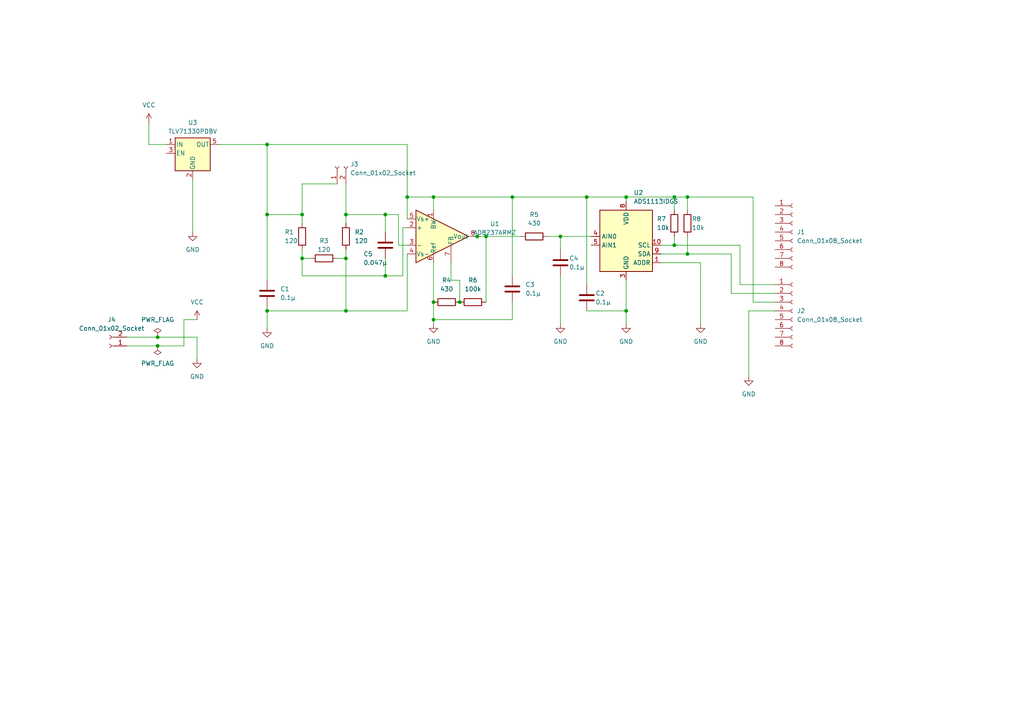
<source format=kicad_sch>
(kicad_sch (version 20230121) (generator eeschema)
  (paper "A4")
  (lib_symbols
    (symbol "Amplifier_Instrumentation:AD8237ARMZ" (pin_names (offset 0.127))
      (property "Reference" "U1" (at 17.78 3.6479 0))
      (property "Value" "AD8237ARMZ" (at 17.78 1.1079 0))
      (symbol "AD8237ARMZ_0_1"
        (polyline (pts (xy -5.08 7.62) (xy -5.08 -7.62) (xy 10.16 0) (xy -5.08 7.62)) (stroke (width 0.254)) (fill (type background)))
      )
      (symbol "AD8237ARMZ_1_1"
        (pin passive line (at 0 7.62 270) (length 2.54) (name "BW") (number "1"))
        (pin input line (at -7.62 2.54 0) (length 2.54) (name "+") (number "2"))
        (pin input line (at -7.62 -2.54 0) (length 2.54) (name "-") (number "3"))
        (pin power_in line (at -7.62 -5.08 0) (length 2.54) (name "Vs-") (number "4"))
        (pin power_in line (at -7.62 5.08 0) (length 2.54) (name "Vs+") (number "5"))
        (pin passive line (at 0 -7.62 90) (length 2.54) (name "Ref") (number "6"))
        (pin passive line (at 5.08 -7.62 90) (length 5.08) (name "FB") (number "7"))
        (pin output line (at 12.7 0 180) (length 2.54) (name "Vout") (number "8"))
      )
    )
    (symbol "Analog_ADC:ADS1113IDGS"
      (property "Reference" "U" (at 2.54 13.97 0))
      (property "Value" "ADS1113IDGS" (at 7.62 11.43 0))
      (symbol "ADS1113IDGS_0_1"
        (rectangle (start -7.62 10.16) (end 7.62 -7.62) (stroke (width 0.254)) (fill (type background)))
      )
      (symbol "ADS1113IDGS_1_1"
        (pin input line (at 10.16 -5.08 180) (length 2.54) (name "ADDR") (number "1"))
        (pin input line (at 10.16 0 180) (length 2.54) (name "SCL") (number "10"))
        (pin no_connect line (at 7.62 7.62 180) (length 2.54) hide (name "~") (number "2"))
        (pin power_in line (at 0 -10.16 90) (length 2.54) (name "GND") (number "3"))
        (pin input line (at -10.16 2.54 0) (length 2.54) (name "AIN0") (number "4"))
        (pin input line (at -10.16 0 0) (length 2.54) (name "AIN1") (number "5"))
        (pin no_connect line (at 7.62 5.08 180) (length 2.54) hide (name "~") (number "6"))
        (pin no_connect line (at 7.62 2.54 180) (length 2.54) hide (name "~") (number "7"))
        (pin power_in line (at 0 12.7 270) (length 2.54) (name "VDD") (number "8"))
        (pin bidirectional line (at 10.16 -2.54 180) (length 2.54) (name "SDA") (number "9"))
      )
    )
    (symbol "Connector:Conn_01x02_Socket" (pin_names (offset 1.016) hide)
      (property "Reference" "J" (at 0 2.54 0))
      (property "Value" "Conn_01x02_Socket" (at 0 -5.08 0))
      (symbol "Conn_01x02_Socket_1_1"
        (arc (start 0 -2.032) (mid -0.5058 -2.54) (end 0 -3.048) (stroke (width 0.1524)))
        (polyline (pts (xy -1.27 -2.54) (xy -0.508 -2.54)) (stroke (width 0.1524)))
        (polyline (pts (xy -1.27 0) (xy -0.508 0)) (stroke (width 0.1524)))
        (arc (start 0 0.508) (mid -0.5058 0) (end 0 -0.508) (stroke (width 0.1524)))
        (pin passive line (at -5.08 0 0) (length 3.81) (name "Pin_1") (number "1"))
        (pin passive line (at -5.08 -2.54 0) (length 3.81) (name "Pin_2") (number "2"))
      )
    )
    (symbol "Connector:Conn_01x08_Socket" (pin_names (offset 1.016) hide)
      (property "Reference" "J" (at 0 10.16 0))
      (property "Value" "Conn_01x08_Socket" (at 0 -12.7 0))
      (symbol "Conn_01x08_Socket_1_1"
        (arc (start 0 -9.652) (mid -0.5058 -10.16) (end 0 -10.668) (stroke (width 0.1524)))
        (arc (start 0 -7.112) (mid -0.5058 -7.62) (end 0 -8.128) (stroke (width 0.1524)))
        (arc (start 0 -4.572) (mid -0.5058 -5.08) (end 0 -5.588) (stroke (width 0.1524)))
        (arc (start 0 -2.032) (mid -0.5058 -2.54) (end 0 -3.048) (stroke (width 0.1524)))
        (polyline (pts (xy -1.27 -10.16) (xy -0.508 -10.16)) (stroke (width 0.1524)))
        (polyline (pts (xy -1.27 -7.62) (xy -0.508 -7.62)) (stroke (width 0.1524)))
        (polyline (pts (xy -1.27 -5.08) (xy -0.508 -5.08)) (stroke (width 0.1524)))
        (polyline (pts (xy -1.27 -2.54) (xy -0.508 -2.54)) (stroke (width 0.1524)))
        (polyline (pts (xy -1.27 0) (xy -0.508 0)) (stroke (width 0.1524)))
        (polyline (pts (xy -1.27 2.54) (xy -0.508 2.54)) (stroke (width 0.1524)))
        (polyline (pts (xy -1.27 5.08) (xy -0.508 5.08)) (stroke (width 0.1524)))
        (polyline (pts (xy -1.27 7.62) (xy -0.508 7.62)) (stroke (width 0.1524)))
        (arc (start 0 0.508) (mid -0.5058 0) (end 0 -0.508) (stroke (width 0.1524)))
        (arc (start 0 3.048) (mid -0.5058 2.54) (end 0 2.032) (stroke (width 0.1524)))
        (arc (start 0 5.588) (mid -0.5058 5.08) (end 0 4.572) (stroke (width 0.1524)))
        (arc (start 0 8.128) (mid -0.5058 7.62) (end 0 7.112) (stroke (width 0.1524)))
        (pin passive line (at -5.08 7.62 0) (length 3.81) (name "Pin_1") (number "1"))
        (pin passive line (at -5.08 5.08 0) (length 3.81) (name "Pin_2") (number "2"))
        (pin passive line (at -5.08 2.54 0) (length 3.81) (name "Pin_3") (number "3"))
        (pin passive line (at -5.08 0 0) (length 3.81) (name "Pin_4") (number "4"))
        (pin passive line (at -5.08 -2.54 0) (length 3.81) (name "Pin_5") (number "5"))
        (pin passive line (at -5.08 -5.08 0) (length 3.81) (name "Pin_6") (number "6"))
        (pin passive line (at -5.08 -7.62 0) (length 3.81) (name "Pin_7") (number "7"))
        (pin passive line (at -5.08 -10.16 0) (length 3.81) (name "Pin_8") (number "8"))
      )
    )
    (symbol "Device:C" (pin_numbers hide) (pin_names (offset 0.254))
      (property "Reference" "C" (at 0.635 2.54 0))
      (property "Value" "C" (at 0.635 -2.54 0))
      (symbol "C_0_1"
        (polyline (pts (xy -2.032 -0.762) (xy 2.032 -0.762)) (stroke (width 0.508)))
        (polyline (pts (xy -2.032 0.762) (xy 2.032 0.762)) (stroke (width 0.508)))
      )
      (symbol "C_1_1"
        (pin passive line (at 0 3.81 270) (length 2.794) (name "~") (number "1"))
        (pin passive line (at 0 -3.81 90) (length 2.794) (name "~") (number "2"))
      )
    )
    (symbol "Device:R" (pin_numbers hide) (pin_names (offset 0))
      (property "Reference" "R" (at 2.032 0 90))
      (property "Value" "R" (at 0 0 90))
      (symbol "R_0_1"
        (rectangle (start -1.016 -2.54) (end 1.016 2.54) (stroke (width 0.254)))
      )
      (symbol "R_1_1"
        (pin passive line (at 0 3.81 270) (length 1.27) (name "~") (number "1"))
        (pin passive line (at 0 -3.81 90) (length 1.27) (name "~") (number "2"))
      )
    )
    (symbol "Regulator_Linear:TLV71330PDBV" (pin_names (offset 0.254))
      (property "Reference" "U" (at -3.81 5.715 0))
      (property "Value" "TLV71330PDBV" (at 0 5.715 0))
      (symbol "TLV71330PDBV_0_1"
        (rectangle (start -5.08 4.445) (end 5.08 -5.08) (stroke (width 0.254)) (fill (type background)))
      )
      (symbol "TLV71330PDBV_1_1"
        (pin power_in line (at -7.62 2.54 0) (length 2.54) (name "IN") (number "1"))
        (pin power_in line (at 0 -7.62 90) (length 2.54) (name "GND") (number "2"))
        (pin input line (at -7.62 0 0) (length 2.54) (name "EN") (number "3"))
        (pin no_connect line (at 5.08 0 180) (length 2.54) hide (name "NC") (number "4"))
        (pin power_out line (at 7.62 2.54 180) (length 2.54) (name "OUT") (number "5"))
      )
    )
    (symbol "power:GND" (power) (pin_names (offset 0))
      (property "Value" "GND" (at 0 -3.81 0))
      (symbol "GND_0_1"
        (polyline (pts (xy 0 0) (xy 0 -1.27) (xy 1.27 -1.27) (xy 0 -2.54) (xy -1.27 -1.27) (xy 0 -1.27)))
      )
      (symbol "GND_1_1"
        (pin power_in line (at 0 0 270) (length 0) hide (name "GND") (number "1"))
      )
    )
    (symbol "power:PWR_FLAG" (power) (pin_numbers hide) (pin_names (offset 0) hide)
      (property "Value" "PWR_FLAG" (at 0 3.81 0))
      (symbol "PWR_FLAG_0_0"
        (pin power_out line (at 0 0 90) (length 0) (name "pwr") (number "1"))
      )
      (symbol "PWR_FLAG_0_1"
        (polyline (pts (xy 0 0) (xy 0 1.27) (xy -1.016 1.905) (xy 0 2.54) (xy 1.016 1.905) (xy 0 1.27)))
      )
    )
    (symbol "power:VCC" (power) (pin_names (offset 0))
      (property "Value" "VCC" (at 0 3.81 0))
      (symbol "VCC_0_1"
        (polyline (pts (xy -0.762 1.27) (xy 0 2.54)))
        (polyline (pts (xy 0 0) (xy 0 2.54)))
        (polyline (pts (xy 0 2.54) (xy 0.762 1.27)))
      )
      (symbol "VCC_1_1"
        (pin power_in line (at 0 0 90) (length 0) hide (name "VCC") (number "1"))
      )
    )
  )
  (junction (at 45.72 97.79))
  (junction (at 148.59 57.15))
  (junction (at 162.56 68.58))
  (junction (at 125.73 92.71))
  (junction (at 140.97 68.58))
  (junction (at 111.76 80.01))
  (junction (at 138.43 68.58))
  (junction (at 45.72 100.33))
  (junction (at 77.47 62.23))
  (junction (at 100.33 74.93))
  (junction (at 87.63 62.23))
  (junction (at 118.11 57.15))
  (junction (at 87.63 74.93))
  (junction (at 199.39 57.15))
  (junction (at 100.33 90.17))
  (junction (at 195.58 57.15))
  (junction (at 111.76 62.23))
  (junction (at 181.61 90.17))
  (junction (at 100.33 62.23))
  (junction (at 199.39 73.66))
  (junction (at 133.35 87.63))
  (junction (at 125.73 87.63))
  (junction (at 170.18 57.15))
  (junction (at 125.73 57.15))
  (junction (at 77.47 41.91))
  (junction (at 77.47 90.17))
  (junction (at 195.58 71.12))
  (junction (at 181.61 57.15))
  (wire (pts (xy 203.2 76.2) (xy 203.2 93.98)))
  (wire (pts (xy 130.81 76.2) (xy 130.81 81.28)))
  (wire (pts (xy 118.11 57.15) (xy 125.73 57.15)))
  (wire (pts (xy 36.83 97.79) (xy 45.72 97.79)))
  (wire (pts (xy 36.83 100.33) (xy 45.72 100.33)))
  (wire (pts (xy 125.73 92.71) (xy 148.59 92.71)))
  (wire (pts (xy 55.88 52.07) (xy 55.88 67.31)))
  (wire (pts (xy 43.18 41.91) (xy 43.18 35.56)))
  (wire (pts (xy 162.56 80.01) (xy 162.56 93.98)))
  (wire (pts (xy 199.39 73.66) (xy 212.09 73.66)))
  (wire (pts (xy 115.57 71.12) (xy 118.11 71.12)))
  (wire (pts (xy 77.47 88.9) (xy 77.47 90.17)))
  (wire (pts (xy 100.33 62.23) (xy 111.76 62.23)))
  (wire (pts (xy 140.97 68.58) (xy 151.13 68.58)))
  (wire (pts (xy 170.18 90.17) (xy 181.61 90.17)))
  (wire (pts (xy 199.39 73.66) (xy 191.77 73.66)))
  (wire (pts (xy 195.58 71.12) (xy 191.77 71.12)))
  (wire (pts (xy 125.73 60.96) (xy 125.73 57.15)))
  (wire (pts (xy 100.33 53.34) (xy 100.33 62.23)))
  (wire (pts (xy 118.11 57.15) (xy 118.11 63.5)))
  (wire (pts (xy 45.72 100.33) (xy 53.34 100.33)))
  (wire (pts (xy 158.75 68.58) (xy 162.56 68.58)))
  (wire (pts (xy 224.79 87.63) (xy 218.44 87.63)))
  (wire (pts (xy 100.33 74.93) (xy 100.33 90.17)))
  (wire (pts (xy 125.73 92.71) (xy 125.73 93.98)))
  (wire (pts (xy 162.56 68.58) (xy 171.45 68.58)))
  (wire (pts (xy 214.63 82.55) (xy 224.79 82.55)))
  (wire (pts (xy 199.39 57.15) (xy 199.39 60.96)))
  (wire (pts (xy 77.47 62.23) (xy 87.63 62.23)))
  (wire (pts (xy 111.76 62.23) (xy 115.57 62.23)))
  (wire (pts (xy 53.34 100.33) (xy 53.34 92.71)))
  (wire (pts (xy 195.58 71.12) (xy 214.63 71.12)))
  (wire (pts (xy 181.61 81.28) (xy 181.61 90.17)))
  (wire (pts (xy 116.84 66.04) (xy 118.11 66.04)))
  (wire (pts (xy 116.84 80.01) (xy 116.84 66.04)))
  (wire (pts (xy 125.73 57.15) (xy 148.59 57.15)))
  (wire (pts (xy 77.47 62.23) (xy 77.47 81.28)))
  (wire (pts (xy 195.58 57.15) (xy 195.58 60.96)))
  (wire (pts (xy 170.18 57.15) (xy 170.18 82.55)))
  (wire (pts (xy 77.47 90.17) (xy 100.33 90.17)))
  (wire (pts (xy 57.15 97.79) (xy 57.15 104.14)))
  (wire (pts (xy 87.63 74.93) (xy 90.17 74.93)))
  (wire (pts (xy 137.16 68.58) (xy 138.43 68.58)))
  (wire (pts (xy 181.61 90.17) (xy 181.61 93.98)))
  (wire (pts (xy 140.97 68.58) (xy 138.43 68.58)))
  (wire (pts (xy 148.59 87.63) (xy 148.59 92.71)))
  (wire (pts (xy 77.47 62.23) (xy 77.47 41.91)))
  (wire (pts (xy 118.11 73.66) (xy 118.11 90.17)))
  (wire (pts (xy 53.34 92.71) (xy 57.15 92.71)))
  (wire (pts (xy 100.33 74.93) (xy 100.33 72.39)))
  (wire (pts (xy 45.72 97.79) (xy 57.15 97.79)))
  (wire (pts (xy 195.58 57.15) (xy 199.39 57.15)))
  (wire (pts (xy 170.18 57.15) (xy 181.61 57.15)))
  (wire (pts (xy 133.35 81.28) (xy 133.35 87.63)))
  (wire (pts (xy 100.33 62.23) (xy 100.33 64.77)))
  (wire (pts (xy 125.73 76.2) (xy 125.73 87.63)))
  (wire (pts (xy 87.63 80.01) (xy 111.76 80.01)))
  (wire (pts (xy 214.63 71.12) (xy 214.63 82.55)))
  (wire (pts (xy 130.81 81.28) (xy 133.35 81.28)))
  (wire (pts (xy 181.61 57.15) (xy 195.58 57.15)))
  (wire (pts (xy 115.57 62.23) (xy 115.57 71.12)))
  (wire (pts (xy 181.61 58.42) (xy 181.61 57.15)))
  (wire (pts (xy 118.11 41.91) (xy 118.11 57.15)))
  (wire (pts (xy 77.47 90.17) (xy 77.47 95.25)))
  (wire (pts (xy 162.56 68.58) (xy 162.56 72.39)))
  (wire (pts (xy 87.63 74.93) (xy 87.63 80.01)))
  (wire (pts (xy 125.73 87.63) (xy 125.73 92.71)))
  (wire (pts (xy 111.76 74.93) (xy 111.76 80.01)))
  (wire (pts (xy 48.26 41.91) (xy 43.18 41.91)))
  (wire (pts (xy 195.58 68.58) (xy 195.58 71.12)))
  (wire (pts (xy 97.79 74.93) (xy 100.33 74.93)))
  (wire (pts (xy 87.63 72.39) (xy 87.63 74.93)))
  (wire (pts (xy 212.09 73.66) (xy 212.09 85.09)))
  (wire (pts (xy 111.76 62.23) (xy 111.76 67.31)))
  (wire (pts (xy 77.47 41.91) (xy 63.5 41.91)))
  (wire (pts (xy 199.39 57.15) (xy 218.44 57.15)))
  (wire (pts (xy 97.79 53.34) (xy 87.63 53.34)))
  (wire (pts (xy 212.09 85.09) (xy 224.79 85.09)))
  (wire (pts (xy 111.76 80.01) (xy 116.84 80.01)))
  (wire (pts (xy 224.79 90.17) (xy 217.17 90.17)))
  (wire (pts (xy 140.97 87.63) (xy 140.97 68.58)))
  (wire (pts (xy 203.2 76.2) (xy 191.77 76.2)))
  (wire (pts (xy 100.33 90.17) (xy 118.11 90.17)))
  (wire (pts (xy 87.63 62.23) (xy 87.63 64.77)))
  (wire (pts (xy 199.39 68.58) (xy 199.39 73.66)))
  (wire (pts (xy 218.44 87.63) (xy 218.44 57.15)))
  (wire (pts (xy 87.63 53.34) (xy 87.63 62.23)))
  (wire (pts (xy 217.17 90.17) (xy 217.17 109.22)))
  (wire (pts (xy 148.59 57.15) (xy 148.59 80.01)))
  (wire (pts (xy 118.11 41.91) (xy 77.47 41.91)))
  (wire (pts (xy 148.59 57.15) (xy 170.18 57.15)))
  (symbol (lib_id "Device:R") (at 199.39 64.77 0) (unit 1)
    (property "Reference" "R8" (at 200.66 63.5 0) (effects (justify left)))
    (property "Value" "10k" (at 200.66 66.04 0) (effects (justify left)))
    (property "Footprint" "Resistor_SMD:R_0402_1005Metric" (effects hide))
  )
  (symbol (lib_id "Device:R") (at 100.33 68.58 0) (unit 1)
    (property "Reference" "R2" (at 102.87 67.31 0) (effects (justify left)))
    (property "Value" "120" (at 102.87 69.85 0) (effects (justify left)))
    (property "Footprint" "Resistor_SMD:R_0603_1608Metric" (effects hide))
  )
  (symbol (lib_id "Device:C") (at 111.76 71.12 0) (unit 1)
    (property "Reference" "C5" (at 105.41 73.66 0) (effects (justify left)))
    (property "Value" "0.047µ" (at 105.41 76.2 0) (effects (justify left)))
    (property "Footprint" "Capacitor_SMD:C_1210_3225Metric" (effects hide))
  )
  (symbol (lib_id "Device:R") (at 154.94 68.58 90) (unit 1)
    (property "Reference" "R5" (at 154.94 62.23 90))
    (property "Value" "430" (at 154.94 64.77 90))
    (property "Footprint" "Resistor_SMD:R_0603_1608Metric" (effects hide))
  )
  (symbol (lib_id "power:GND") (at 162.56 93.98 0) (unit 1)
    (property "Reference" "#PWR05" (effects hide))
    (property "Value" "GND" (at 162.56 99.06 0))
  )
  (symbol (lib_id "Connector:Conn_01x02_Socket") (at 97.79 48.26 90) (unit 1)
    (property "Reference" "J3" (at 101.6 47.625 90) (effects (justify right)))
    (property "Value" "Conn_01x02_Socket" (at 101.6 50.165 90) (effects (justify right)))
    (property "Footprint" "Connector_PinSocket_2.00mm:PinSocket_1x02_P2.00mm_Horizontal" (effects hide))
  )
  (symbol (lib_id "Device:C") (at 148.59 83.82 0) (unit 1)
    (property "Reference" "C3" (at 152.4 82.55 0) (effects (justify left)))
    (property "Value" "0.1µ" (at 152.4 85.09 0) (effects (justify left)))
    (property "Footprint" "Capacitor_SMD:C_0402_1005Metric" (effects hide))
  )
  (symbol (lib_id "Device:R") (at 195.58 64.77 0) (unit 1)
    (property "Reference" "R7" (at 190.5 63.5 0) (effects (justify left)))
    (property "Value" "10k" (at 190.5 66.04 0) (effects (justify left)))
    (property "Footprint" "Resistor_SMD:R_0402_1005Metric" (effects hide))
  )
  (symbol (lib_id "power:GND") (at 203.2 93.98 0) (unit 1)
    (property "Reference" "#PWR07" (effects hide))
    (property "Value" "GND" (at 203.2 99.06 0))
  )
  (symbol (lib_id "Connector:Conn_01x08_Socket") (at 229.87 90.17 0) (unit 1)
    (property "Reference" "J2" (at 231.14 90.17 0) (effects (justify left)))
    (property "Value" "Conn_01x08_Socket" (at 231.14 92.71 0) (effects (justify left)))
    (property "Footprint" "Connector_PinSocket_2.54mm:PinSocket_1x08_P2.54mm_Vertical" (effects hide))
  )
  (symbol (lib_id "power:GND") (at 217.17 109.22 0) (unit 1)
    (property "Reference" "#PWR08" (effects hide))
    (property "Value" "GND" (at 217.17 114.3 0))
  )
  (symbol (lib_id "power:GND") (at 125.73 93.98 0) (unit 1)
    (property "Reference" "#PWR04" (effects hide))
    (property "Value" "GND" (at 125.73 99.06 0))
  )
  (symbol (lib_id "power:VCC") (at 43.18 35.56 0) (unit 1)
    (property "Reference" "#PWR03" (effects hide))
    (property "Value" "VCC" (at 43.18 30.48 0))
  )
  (symbol (lib_id "power:GND") (at 55.88 67.31 0) (unit 1)
    (property "Reference" "#PWR01" (effects hide))
    (property "Value" "GND" (at 55.88 72.39 0))
  )
  (symbol (lib_id "Device:R") (at 87.63 68.58 0) (unit 1)
    (property "Reference" "R1" (at 82.55 67.31 0) (effects (justify left)))
    (property "Value" "120" (at 82.55 69.85 0) (effects (justify left)))
    (property "Footprint" "Resistor_SMD:R_0603_1608Metric" (effects hide))
  )
  (symbol (lib_id "Device:C") (at 170.18 86.36 0) (unit 1)
    (property "Reference" "C2" (at 172.72 85.09 0) (effects (justify left)))
    (property "Value" "0.1µ" (at 172.72 87.63 0) (effects (justify left)))
    (property "Footprint" "Capacitor_SMD:C_0402_1005Metric" (effects hide))
  )
  (symbol (lib_id "power:PWR_FLAG") (at 45.72 100.33 180) (unit 1)
    (property "Reference" "#FLG02" (effects hide))
    (property "Value" "PWR_FLAG" (at 45.72 105.41 0))
  )
  (symbol (lib_id "power:VCC") (at 57.15 92.71 0) (unit 1)
    (property "Reference" "#PWR09" (effects hide))
    (property "Value" "VCC" (at 57.15 87.63 0))
  )
  (symbol (lib_id "Connector:Conn_01x02_Socket") (at 31.75 100.33 180) (unit 1)
    (property "Reference" "J4" (at 32.385 92.71 0))
    (property "Value" "Conn_01x02_Socket" (at 32.385 95.25 0))
    (property "Footprint" "Connector_PinSocket_2.00mm:PinSocket_1x02_P2.00mm_Horizontal" (effects hide))
  )
  (symbol (lib_id "Device:C") (at 162.56 76.2 0) (unit 1)
    (property "Reference" "C4" (at 165.1 74.93 0) (effects (justify left)))
    (property "Value" "0.1µ" (at 165.1 77.47 0) (effects (justify left)))
    (property "Footprint" "Capacitor_SMD:C_0402_1005Metric" (effects hide))
  )
  (symbol (lib_id "Regulator_Linear:TLV71330PDBV") (at 55.88 44.45 0) (unit 1)
    (property "Reference" "U3" (at 55.88 35.56 0))
    (property "Value" "TLV71330PDBV" (at 55.88 38.1 0))
    (property "Footprint" "Package_TO_SOT_SMD:SOT-23-5" (effects hide))
    (property "Datasheet" "http://www.ti.com/lit/ds/symlink/tlv713p.pdf" (effects hide))
  )
  (symbol (lib_id "Device:R") (at 93.98 74.93 90) (unit 1)
    (property "Reference" "R3" (at 93.98 69.85 90))
    (property "Value" "120" (at 93.98 72.39 90))
    (property "Footprint" "Resistor_SMD:R_0603_1608Metric" (effects hide))
  )
  (symbol (lib_id "Device:R") (at 129.54 87.63 90) (unit 1)
    (property "Reference" "R4" (at 129.54 81.28 90))
    (property "Value" "430" (at 129.54 83.82 90))
    (property "Footprint" "Resistor_SMD:R_0603_1608Metric" (effects hide))
  )
  (symbol (lib_id "power:PWR_FLAG") (at 45.72 97.79 0) (unit 1)
    (property "Reference" "#FLG01" (effects hide))
    (property "Value" "PWR_FLAG" (at 45.72 92.71 0))
  )
  (symbol (lib_id "power:GND") (at 77.47 95.25 0) (unit 1)
    (property "Reference" "#PWR02" (effects hide))
    (property "Value" "GND" (at 77.47 100.33 0))
  )
  (symbol (lib_id "power:GND") (at 181.61 93.98 0) (unit 1)
    (property "Reference" "#PWR06" (effects hide))
    (property "Value" "GND" (at 181.61 99.06 0))
  )
  (symbol (lib_id "Amplifier_Instrumentation:AD8237ARMZ") (at 125.73 68.58 0) (unit 1)
    (property "Reference" "U1" (at 143.51 64.9321 0))
    (property "Value" "AD8237ARMZ" (at 143.51 67.4721 0))
    (property "Footprint" "Package_SO:MSOP-8_3x3mm_P0.65mm" (effects hide))
    (property "Datasheet" "https://www.analog.com/media/en/technical-documentation/data-sheets/AD8237.pdf" (effects hide))
  )
  (symbol (lib_id "Analog_ADC:ADS1113IDGS") (at 181.61 71.12 0) (unit 1)
    (property "Reference" "U2" (at 183.8041 55.88 0) (effects (justify left)))
    (property "Value" "ADS1113IDGS" (at 183.8041 58.42 0) (effects (justify left)))
    (property "Footprint" "Package_SO:TSSOP-10_3x3mm_P0.5mm" (effects hide))
    (property "Datasheet" "http://www.ti.com/lit/ds/symlink/ads1113.pdf" (effects hide))
  )
  (symbol (lib_id "Device:R") (at 137.16 87.63 90) (unit 1)
    (property "Reference" "R6" (at 137.16 81.28 90))
    (property "Value" "100k" (at 137.16 83.82 90))
    (property "Footprint" "Resistor_SMD:R_0603_1608Metric" (effects hide))
  )
  (symbol (lib_id "Connector:Conn_01x08_Socket") (at 229.87 67.31 0) (unit 1)
    (property "Reference" "J1" (at 231.14 67.31 0) (effects (justify left)))
    (property "Value" "Conn_01x08_Socket" (at 231.14 69.85 0) (effects (justify left)))
    (property "Footprint" "Connector_PinSocket_2.54mm:PinSocket_1x08_P2.54mm_Vertical" (effects hide))
  )
  (symbol (lib_id "power:GND") (at 57.15 104.14 0) (unit 1)
    (property "Reference" "#PWR010" (effects hide))
    (property "Value" "GND" (at 57.15 109.22 0))
  )
  (symbol (lib_id "Device:C") (at 77.47 85.09 0) (unit 1)
    (property "Reference" "C1" (at 81.28 83.82 0) (effects (justify left)))
    (property "Value" "0.1µ" (at 81.28 86.36 0) (effects (justify left)))
    (property "Footprint" "Capacitor_SMD:C_0402_1005Metric" (effects hide))
  )
)
</source>
